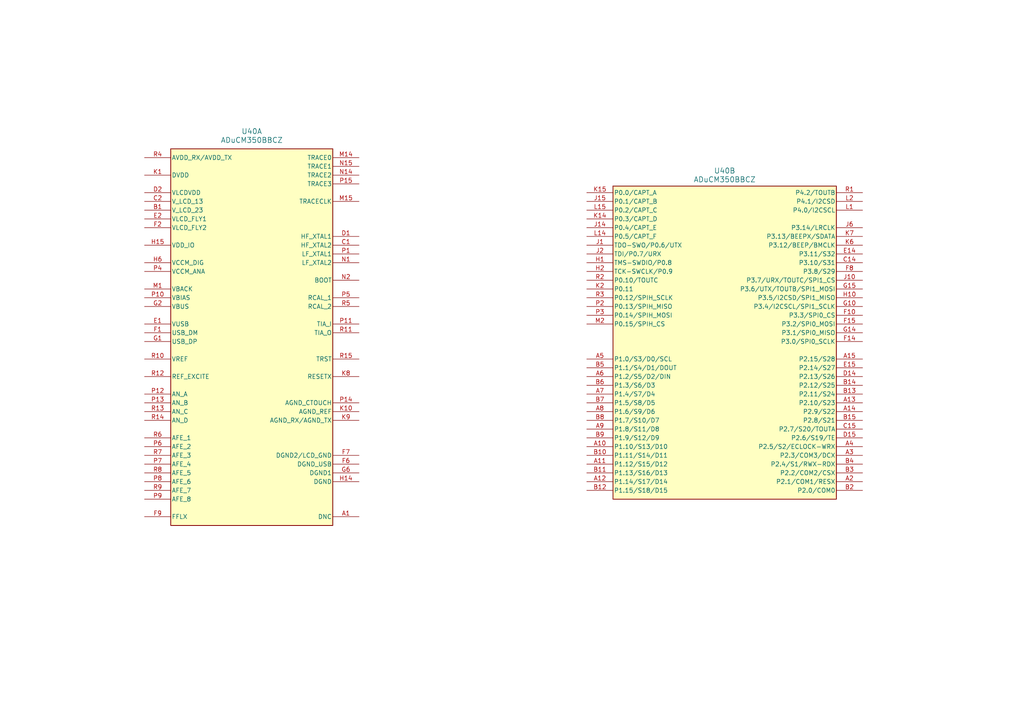
<source format=kicad_sch>
(kicad_sch (version 20231120) (generator "eeschema") (generator_version "8.0")
  (paper "A4")
  (lib_symbols
    (symbol "converter:ADuCM350BBCZ" (pin_names (offset 0.254)) (exclude_from_sim yes)
      (property "Reference" "U" (at 0 4.572 0))
      (property "Value" "ADuCM350BBCZ" (at 0 1.778 0))
      (symbol "ADuCM350BBCZ_1_1"
        (rectangle (start -22.86 0) (end 24.13 -109.22) (stroke (width 0.254)) (fill (type background)))
        (pin unspecified line (at 31.75 -106.68 180) (length 7.62) (name "DNC") (number "A1"))
        (pin unspecified line (at -30.48 -17.78 0) (length 7.62) (name "V_LCD_23") (number "B1"))
        (pin unspecified line (at 31.75 -27.94 180) (length 7.62) (name "HF_XTAL2") (number "C1"))
        (pin unspecified line (at -30.48 -15.24 0) (length 7.62) (name "V_LCD_13") (number "C2"))
        (pin unspecified line (at 31.75 -25.4 180) (length 7.62) (name "HF_XTAL1") (number "D1"))
        (pin unspecified line (at -30.48 -12.7 0) (length 7.62) (name "VLCDVDD") (number "D2"))
        (pin unspecified line (at -30.48 -50.8 0) (length 7.62) (name "VUSB") (number "E1"))
        (pin unspecified line (at -30.48 -20.32 0) (length 7.62) (name "VLCD_FLY1") (number "E2"))
        (pin unspecified line (at -30.48 -53.34 0) (length 7.62) (name "USB_DM") (number "F1"))
        (pin unspecified line (at -30.48 -22.86 0) (length 7.62) (name "VLCD_FLY2") (number "F2"))
        (pin unspecified line (at 31.75 -91.44 180) (length 7.62) (name "DGND_USB") (number "F6"))
        (pin unspecified line (at 31.75 -88.9 180) (length 7.62) (name "DGND2/LCD_GND") (number "F7"))
        (pin unspecified line (at -30.48 -106.68 0) (length 7.62) (name "FFLX") (number "F9"))
        (pin unspecified line (at -30.48 -55.88 0) (length 7.62) (name "USB_DP") (number "G1"))
        (pin unspecified line (at -30.48 -45.72 0) (length 7.62) (name "VBUS") (number "G2"))
        (pin unspecified line (at 31.75 -93.98 180) (length 7.62) (name "DGND1") (number "G6"))
        (pin unspecified line (at 31.75 -96.52 180) (length 7.62) (name "DGND") (number "H14"))
        (pin unspecified line (at -30.48 -27.94 0) (length 7.62) (name "VDD_IO") (number "H15"))
        (pin unspecified line (at -30.48 -33.02 0) (length 7.62) (name "VCCM_DIG") (number "H6"))
        (pin unspecified line (at -30.48 -7.62 0) (length 7.62) (name "DVDD") (number "K1"))
        (pin unspecified line (at 31.75 -76.2 180) (length 7.62) (name "AGND_REF") (number "K10"))
        (pin unspecified line (at 31.75 -66.04 180) (length 7.62) (name "RESETX") (number "K8"))
        (pin unspecified line (at 31.75 -78.74 180) (length 7.62) (name "AGND_RX/AGND_TX") (number "K9"))
        (pin unspecified line (at -30.48 -40.64 0) (length 7.62) (name "VBACK") (number "M1"))
        (pin unspecified line (at 31.75 -2.54 180) (length 7.62) (name "TRACE0") (number "M14"))
        (pin unspecified line (at 31.75 -15.24 180) (length 7.62) (name "TRACECLK") (number "M15"))
        (pin unspecified line (at 31.75 -33.02 180) (length 7.62) (name "LF_XTAL2") (number "N1"))
        (pin unspecified line (at 31.75 -7.62 180) (length 7.62) (name "TRACE2") (number "N14"))
        (pin unspecified line (at 31.75 -5.08 180) (length 7.62) (name "TRACE1") (number "N15"))
        (pin unspecified line (at 31.75 -38.1 180) (length 7.62) (name "BOOT") (number "N2"))
        (pin unspecified line (at 31.75 -30.48 180) (length 7.62) (name "LF_XTAL1") (number "P1"))
        (pin unspecified line (at -30.48 -43.18 0) (length 7.62) (name "VBIAS") (number "P10"))
        (pin unspecified line (at 31.75 -50.8 180) (length 7.62) (name "TIA_I") (number "P11"))
        (pin unspecified line (at -30.48 -71.12 0) (length 7.62) (name "AN_A") (number "P12"))
        (pin unspecified line (at -30.48 -73.66 0) (length 7.62) (name "AN_B") (number "P13"))
        (pin unspecified line (at 31.75 -73.66 180) (length 7.62) (name "AGND_CTOUCH") (number "P14"))
        (pin unspecified line (at 31.75 -10.16 180) (length 7.62) (name "TRACE3") (number "P15"))
        (pin unspecified line (at -30.48 -35.56 0) (length 7.62) (name "VCCM_ANA") (number "P4"))
        (pin unspecified line (at 31.75 -43.18 180) (length 7.62) (name "RCAL_1") (number "P5"))
        (pin unspecified line (at -30.48 -86.36 0) (length 7.62) (name "AFE_2") (number "P6"))
        (pin unspecified line (at -30.48 -91.44 0) (length 7.62) (name "AFE_4") (number "P7"))
        (pin unspecified line (at -30.48 -96.52 0) (length 7.62) (name "AFE_6") (number "P8"))
        (pin unspecified line (at -30.48 -101.6 0) (length 7.62) (name "AFE_8") (number "P9"))
        (pin unspecified line (at -30.48 -60.96 0) (length 7.62) (name "VREF") (number "R10"))
        (pin unspecified line (at 31.75 -53.34 180) (length 7.62) (name "TIA_O") (number "R11"))
        (pin unspecified line (at -30.48 -66.04 0) (length 7.62) (name "REF_EXCITE") (number "R12"))
        (pin unspecified line (at -30.48 -76.2 0) (length 7.62) (name "AN_C") (number "R13"))
        (pin unspecified line (at -30.48 -78.74 0) (length 7.62) (name "AN_D") (number "R14"))
        (pin unspecified line (at 31.75 -60.96 180) (length 7.62) (name "TRST") (number "R15"))
        (pin unspecified line (at -30.48 -2.54 0) (length 7.62) (name "AVDD_RX/AVDD_TX") (number "R4"))
        (pin unspecified line (at 31.75 -45.72 180) (length 7.62) (name "RCAL_2") (number "R5"))
        (pin unspecified line (at -30.48 -83.82 0) (length 7.62) (name "AFE_1") (number "R6"))
        (pin unspecified line (at -30.48 -88.9 0) (length 7.62) (name "AFE_3") (number "R7"))
        (pin unspecified line (at -30.48 -93.98 0) (length 7.62) (name "AFE_5") (number "R8"))
        (pin unspecified line (at -30.48 -99.06 0) (length 7.62) (name "AFE_7") (number "R9"))
      )
      (symbol "ADuCM350BBCZ_2_1"
        (rectangle (start -33.02 -0.635) (end 31.75 -91.44) (stroke (width 0.254)) (fill (type background)))
        (pin unspecified line (at -40.64 -76.2 0) (length 7.62) (name "P1.10/S13/D10") (number "A10"))
        (pin unspecified line (at -40.64 -81.28 0) (length 7.62) (name "P1.12/S15/D12") (number "A11"))
        (pin unspecified line (at -40.64 -86.36 0) (length 7.62) (name "P1.14/S17/D14") (number "A12"))
        (pin unspecified line (at 39.37 -63.5 180) (length 7.62) (name "P2.10/S23") (number "A13"))
        (pin unspecified line (at 39.37 -66.04 180) (length 7.62) (name "P2.9/S22") (number "A14"))
        (pin unspecified line (at 39.37 -50.8 180) (length 7.62) (name "P2.15/S28") (number "A15"))
        (pin unspecified line (at 39.37 -86.36 180) (length 7.62) (name "P2.1/COM1/RESX") (number "A2"))
        (pin unspecified line (at 39.37 -78.74 180) (length 7.62) (name "P2.3/COM3/DCX") (number "A3"))
        (pin unspecified line (at 39.37 -76.2 180) (length 7.62) (name "P2.5/S2/ECLOCK-WRX") (number "A4"))
        (pin unspecified line (at -40.64 -50.8 0) (length 7.62) (name "P1.0/S3/D0/SCL") (number "A5"))
        (pin unspecified line (at -40.64 -55.88 0) (length 7.62) (name "P1.2/S5/D2/DIN") (number "A6"))
        (pin unspecified line (at -40.64 -60.96 0) (length 7.62) (name "P1.4/S7/D4") (number "A7"))
        (pin unspecified line (at -40.64 -66.04 0) (length 7.62) (name "P1.6/S9/D6") (number "A8"))
        (pin unspecified line (at -40.64 -71.12 0) (length 7.62) (name "P1.8/S11/D8") (number "A9"))
        (pin unspecified line (at -40.64 -78.74 0) (length 7.62) (name "P1.11/S14/D11") (number "B10"))
        (pin unspecified line (at -40.64 -83.82 0) (length 7.62) (name "P1.13/S16/D13") (number "B11"))
        (pin unspecified line (at -40.64 -88.9 0) (length 7.62) (name "P1.15/S18/D15") (number "B12"))
        (pin unspecified line (at 39.37 -60.96 180) (length 7.62) (name "P2.11/S24") (number "B13"))
        (pin unspecified line (at 39.37 -58.42 180) (length 7.62) (name "P2.12/S25") (number "B14"))
        (pin unspecified line (at 39.37 -68.58 180) (length 7.62) (name "P2.8/S21") (number "B15"))
        (pin unspecified line (at 39.37 -88.9 180) (length 7.62) (name "P2.0/COM0") (number "B2"))
        (pin unspecified line (at 39.37 -83.82 180) (length 7.62) (name "P2.2/COM2/CSX") (number "B3"))
        (pin unspecified line (at 39.37 -81.28 180) (length 7.62) (name "P2.4/S1/RWX-RDX") (number "B4"))
        (pin unspecified line (at -40.64 -53.34 0) (length 7.62) (name "P1.1/S4/D1/DOUT") (number "B5"))
        (pin unspecified line (at -40.64 -58.42 0) (length 7.62) (name "P1.3/S6/D3") (number "B6"))
        (pin unspecified line (at -40.64 -63.5 0) (length 7.62) (name "P1.5/S8/D5") (number "B7"))
        (pin unspecified line (at -40.64 -68.58 0) (length 7.62) (name "P1.7/S10/D7") (number "B8"))
        (pin unspecified line (at -40.64 -73.66 0) (length 7.62) (name "P1.9/S12/D9") (number "B9"))
        (pin unspecified line (at 39.37 -22.86 180) (length 7.62) (name "P3.10/S31") (number "C14"))
        (pin unspecified line (at 39.37 -71.12 180) (length 7.62) (name "P2.7/S20/TOUTA") (number "C15"))
        (pin unspecified line (at 39.37 -55.88 180) (length 7.62) (name "P2.13/S26") (number "D14"))
        (pin unspecified line (at 39.37 -73.66 180) (length 7.62) (name "P2.6/S19/TE") (number "D15"))
        (pin unspecified line (at 39.37 -20.32 180) (length 7.62) (name "P3.11/S32") (number "E14"))
        (pin unspecified line (at 39.37 -53.34 180) (length 7.62) (name "P2.14/S27") (number "E15"))
        (pin unspecified line (at 39.37 -38.1 180) (length 7.62) (name "P3.3/SPI0_CS") (number "F10"))
        (pin unspecified line (at 39.37 -45.72 180) (length 7.62) (name "P3.0/SPI0_SCLK") (number "F14"))
        (pin unspecified line (at 39.37 -40.64 180) (length 7.62) (name "P3.2/SPI0_MOSI") (number "F15"))
        (pin unspecified line (at 39.37 -25.4 180) (length 7.62) (name "P3.8/S29") (number "F8"))
        (pin unspecified line (at 39.37 -35.56 180) (length 7.62) (name "P3.4/I2CSCL/SPI1_SCLK") (number "G10"))
        (pin unspecified line (at 39.37 -43.18 180) (length 7.62) (name "P3.1/SPI0_MISO") (number "G14"))
        (pin unspecified line (at 39.37 -30.48 180) (length 7.62) (name "P3.6/UTX/TOUTB/SPI1_MOSI") (number "G15"))
        (pin unspecified line (at -40.64 -22.86 0) (length 7.62) (name "TMS-SWDIO/P0.8") (number "H1"))
        (pin unspecified line (at 39.37 -33.02 180) (length 7.62) (name "P3.5/I2CSD/SPI1_MISO") (number "H10"))
        (pin unspecified line (at -40.64 -25.4 0) (length 7.62) (name "TCK-SWCLK/P0.9") (number "H2"))
        (pin unspecified line (at -40.64 -17.78 0) (length 7.62) (name "TDO-SWO/P0.6/UTX") (number "J1"))
        (pin unspecified line (at 39.37 -27.94 180) (length 7.62) (name "P3.7/URX/TOUTC/SPI1_CS") (number "J10"))
        (pin unspecified line (at -40.64 -12.7 0) (length 7.62) (name "P0.4/CAPT_E") (number "J14"))
        (pin unspecified line (at -40.64 -5.08 0) (length 7.62) (name "P0.1/CAPT_B") (number "J15"))
        (pin unspecified line (at -40.64 -20.32 0) (length 7.62) (name "TDI/P0.7/URX") (number "J2"))
        (pin unspecified line (at 39.37 -12.7 180) (length 7.62) (name "P3.14/LRCLK") (number "J6"))
        (pin unspecified line (at -40.64 -10.16 0) (length 7.62) (name "P0.3/CAPT_D") (number "K14"))
        (pin unspecified line (at -40.64 -2.54 0) (length 7.62) (name "P0.0/CAPT_A") (number "K15"))
        (pin unspecified line (at -40.64 -30.48 0) (length 7.62) (name "P0.11") (number "K2"))
        (pin unspecified line (at 39.37 -17.78 180) (length 7.62) (name "P3.12/BEEP/BMCLK") (number "K6"))
        (pin unspecified line (at 39.37 -15.24 180) (length 7.62) (name "P3.13/BEEPX/SDATA") (number "K7"))
        (pin unspecified line (at 39.37 -7.62 180) (length 7.62) (name "P4.0/I2CSCL") (number "L1"))
        (pin unspecified line (at -40.64 -15.24 0) (length 7.62) (name "P0.5/CAPT_F") (number "L14"))
        (pin unspecified line (at -40.64 -7.62 0) (length 7.62) (name "P0.2/CAPT_C") (number "L15"))
        (pin unspecified line (at 39.37 -5.08 180) (length 7.62) (name "P4.1/I2CSD") (number "L2"))
        (pin unspecified line (at -40.64 -40.64 0) (length 7.62) (name "P0.15/SPIH_CS") (number "M2"))
        (pin unspecified line (at -40.64 -35.56 0) (length 7.62) (name "P0.13/SPIH_MISO") (number "P2"))
        (pin unspecified line (at -40.64 -38.1 0) (length 7.62) (name "P0.14/SPIH_MOSI") (number "P3"))
        (pin unspecified line (at 39.37 -2.54 180) (length 7.62) (name "P4.2/TOUTB") (number "R1"))
        (pin unspecified line (at -40.64 -27.94 0) (length 7.62) (name "P0.10/TOUTC") (number "R2"))
        (pin unspecified line (at -40.64 -33.02 0) (length 7.62) (name "P0.12/SPIH_SCLK") (number "R3"))
      )
    )
  )
  (symbol (lib_id "converter:ADuCM350BBCZ") (at 210.82 53.34 0) (unit 2) (exclude_from_sim yes)
    (property "Reference" "U40" (at 210.185 49.53 0) (effects (font (size 1.524 1.524))))
    (property "Value" "ADuCM350BBCZ" (at 210.185 52.07 0) (effects (font (size 1.524 1.524))))
    (property "Footprint" "custom_library:BC_120_3_ADI" (effects (hide yes)))
    (property "Datasheet" "https://www.analog.com/media/en/technical-documentation/data-sheets/ADuCM350.pdf" (effects (hide yes)))
    (property "Description" "16-Bit Precision, Low Power Meter On A Chip with Cortex-M3 and Connectivity" (effects (hide yes)))
  )
  (symbol (lib_id "converter:ADuCM350BBCZ") (at 72.39 43.18 0) (unit 1) (exclude_from_sim yes)
    (property "Reference" "U40" (at 73.025 38.1 0) (effects (font (size 1.524 1.524))))
    (property "Value" "ADuCM350BBCZ" (at 73.025 40.64 0) (effects (font (size 1.524 1.524))))
    (property "Footprint" "custom_library:BC_120_3_ADI" (effects (hide yes)))
    (property "Datasheet" "https://www.analog.com/media/en/technical-documentation/data-sheets/ADuCM350.pdf" (effects (hide yes)))
    (property "Description" "16-Bit Precision, Low Power Meter On A Chip with Cortex-M3 and Connectivity" (effects (hide yes)))
  )
)
</source>
